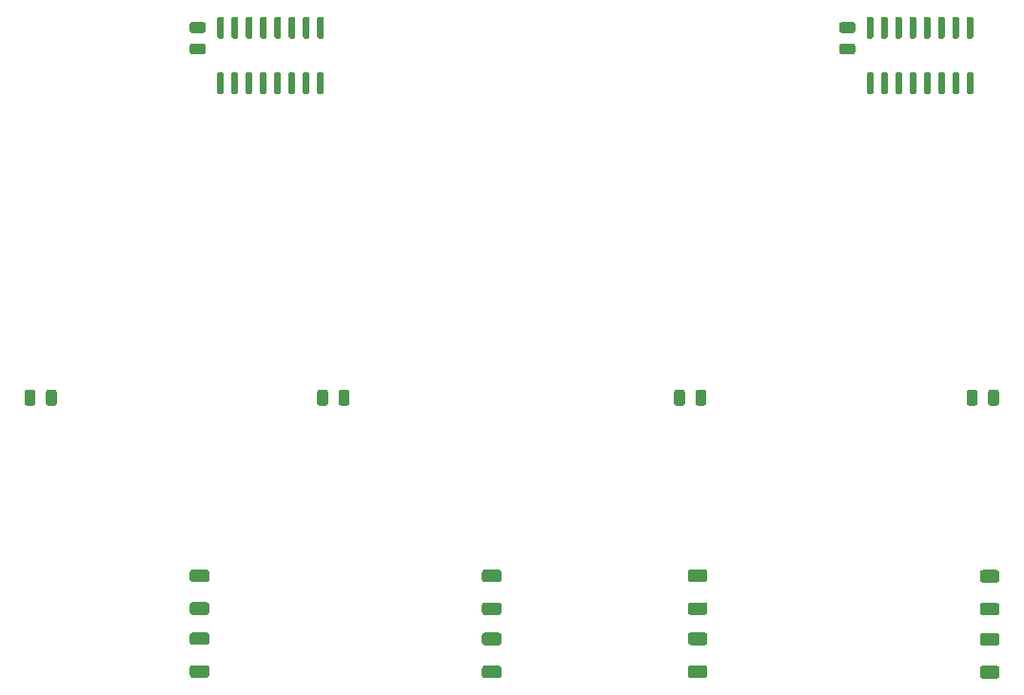
<source format=gtp>
G04 #@! TF.GenerationSoftware,KiCad,Pcbnew,(5.1.12-1-10_14)*
G04 #@! TF.CreationDate,2022-01-30T16:38:09+01:00*
G04 #@! TF.ProjectId,NixieDisplayControllerV2,4e697869-6544-4697-9370-6c6179436f6e,rev?*
G04 #@! TF.SameCoordinates,Original*
G04 #@! TF.FileFunction,Paste,Top*
G04 #@! TF.FilePolarity,Positive*
%FSLAX46Y46*%
G04 Gerber Fmt 4.6, Leading zero omitted, Abs format (unit mm)*
G04 Created by KiCad (PCBNEW (5.1.12-1-10_14)) date 2022-01-30 16:38:09*
%MOMM*%
%LPD*%
G01*
G04 APERTURE LIST*
G04 APERTURE END LIST*
G36*
G01*
X167536000Y-74065000D02*
X167236000Y-74065000D01*
G75*
G02*
X167086000Y-73915000I0J150000D01*
G01*
X167086000Y-72265000D01*
G75*
G02*
X167236000Y-72115000I150000J0D01*
G01*
X167536000Y-72115000D01*
G75*
G02*
X167686000Y-72265000I0J-150000D01*
G01*
X167686000Y-73915000D01*
G75*
G02*
X167536000Y-74065000I-150000J0D01*
G01*
G37*
G36*
G01*
X168806000Y-74065000D02*
X168506000Y-74065000D01*
G75*
G02*
X168356000Y-73915000I0J150000D01*
G01*
X168356000Y-72265000D01*
G75*
G02*
X168506000Y-72115000I150000J0D01*
G01*
X168806000Y-72115000D01*
G75*
G02*
X168956000Y-72265000I0J-150000D01*
G01*
X168956000Y-73915000D01*
G75*
G02*
X168806000Y-74065000I-150000J0D01*
G01*
G37*
G36*
G01*
X170076000Y-74065000D02*
X169776000Y-74065000D01*
G75*
G02*
X169626000Y-73915000I0J150000D01*
G01*
X169626000Y-72265000D01*
G75*
G02*
X169776000Y-72115000I150000J0D01*
G01*
X170076000Y-72115000D01*
G75*
G02*
X170226000Y-72265000I0J-150000D01*
G01*
X170226000Y-73915000D01*
G75*
G02*
X170076000Y-74065000I-150000J0D01*
G01*
G37*
G36*
G01*
X171346000Y-74065000D02*
X171046000Y-74065000D01*
G75*
G02*
X170896000Y-73915000I0J150000D01*
G01*
X170896000Y-72265000D01*
G75*
G02*
X171046000Y-72115000I150000J0D01*
G01*
X171346000Y-72115000D01*
G75*
G02*
X171496000Y-72265000I0J-150000D01*
G01*
X171496000Y-73915000D01*
G75*
G02*
X171346000Y-74065000I-150000J0D01*
G01*
G37*
G36*
G01*
X172616000Y-74065000D02*
X172316000Y-74065000D01*
G75*
G02*
X172166000Y-73915000I0J150000D01*
G01*
X172166000Y-72265000D01*
G75*
G02*
X172316000Y-72115000I150000J0D01*
G01*
X172616000Y-72115000D01*
G75*
G02*
X172766000Y-72265000I0J-150000D01*
G01*
X172766000Y-73915000D01*
G75*
G02*
X172616000Y-74065000I-150000J0D01*
G01*
G37*
G36*
G01*
X173886000Y-74065000D02*
X173586000Y-74065000D01*
G75*
G02*
X173436000Y-73915000I0J150000D01*
G01*
X173436000Y-72265000D01*
G75*
G02*
X173586000Y-72115000I150000J0D01*
G01*
X173886000Y-72115000D01*
G75*
G02*
X174036000Y-72265000I0J-150000D01*
G01*
X174036000Y-73915000D01*
G75*
G02*
X173886000Y-74065000I-150000J0D01*
G01*
G37*
G36*
G01*
X175156000Y-74065000D02*
X174856000Y-74065000D01*
G75*
G02*
X174706000Y-73915000I0J150000D01*
G01*
X174706000Y-72265000D01*
G75*
G02*
X174856000Y-72115000I150000J0D01*
G01*
X175156000Y-72115000D01*
G75*
G02*
X175306000Y-72265000I0J-150000D01*
G01*
X175306000Y-73915000D01*
G75*
G02*
X175156000Y-74065000I-150000J0D01*
G01*
G37*
G36*
G01*
X176426000Y-74065000D02*
X176126000Y-74065000D01*
G75*
G02*
X175976000Y-73915000I0J150000D01*
G01*
X175976000Y-72265000D01*
G75*
G02*
X176126000Y-72115000I150000J0D01*
G01*
X176426000Y-72115000D01*
G75*
G02*
X176576000Y-72265000I0J-150000D01*
G01*
X176576000Y-73915000D01*
G75*
G02*
X176426000Y-74065000I-150000J0D01*
G01*
G37*
G36*
G01*
X176426000Y-79015000D02*
X176126000Y-79015000D01*
G75*
G02*
X175976000Y-78865000I0J150000D01*
G01*
X175976000Y-77215000D01*
G75*
G02*
X176126000Y-77065000I150000J0D01*
G01*
X176426000Y-77065000D01*
G75*
G02*
X176576000Y-77215000I0J-150000D01*
G01*
X176576000Y-78865000D01*
G75*
G02*
X176426000Y-79015000I-150000J0D01*
G01*
G37*
G36*
G01*
X175156000Y-79015000D02*
X174856000Y-79015000D01*
G75*
G02*
X174706000Y-78865000I0J150000D01*
G01*
X174706000Y-77215000D01*
G75*
G02*
X174856000Y-77065000I150000J0D01*
G01*
X175156000Y-77065000D01*
G75*
G02*
X175306000Y-77215000I0J-150000D01*
G01*
X175306000Y-78865000D01*
G75*
G02*
X175156000Y-79015000I-150000J0D01*
G01*
G37*
G36*
G01*
X173886000Y-79015000D02*
X173586000Y-79015000D01*
G75*
G02*
X173436000Y-78865000I0J150000D01*
G01*
X173436000Y-77215000D01*
G75*
G02*
X173586000Y-77065000I150000J0D01*
G01*
X173886000Y-77065000D01*
G75*
G02*
X174036000Y-77215000I0J-150000D01*
G01*
X174036000Y-78865000D01*
G75*
G02*
X173886000Y-79015000I-150000J0D01*
G01*
G37*
G36*
G01*
X172616000Y-79015000D02*
X172316000Y-79015000D01*
G75*
G02*
X172166000Y-78865000I0J150000D01*
G01*
X172166000Y-77215000D01*
G75*
G02*
X172316000Y-77065000I150000J0D01*
G01*
X172616000Y-77065000D01*
G75*
G02*
X172766000Y-77215000I0J-150000D01*
G01*
X172766000Y-78865000D01*
G75*
G02*
X172616000Y-79015000I-150000J0D01*
G01*
G37*
G36*
G01*
X171346000Y-79015000D02*
X171046000Y-79015000D01*
G75*
G02*
X170896000Y-78865000I0J150000D01*
G01*
X170896000Y-77215000D01*
G75*
G02*
X171046000Y-77065000I150000J0D01*
G01*
X171346000Y-77065000D01*
G75*
G02*
X171496000Y-77215000I0J-150000D01*
G01*
X171496000Y-78865000D01*
G75*
G02*
X171346000Y-79015000I-150000J0D01*
G01*
G37*
G36*
G01*
X170076000Y-79015000D02*
X169776000Y-79015000D01*
G75*
G02*
X169626000Y-78865000I0J150000D01*
G01*
X169626000Y-77215000D01*
G75*
G02*
X169776000Y-77065000I150000J0D01*
G01*
X170076000Y-77065000D01*
G75*
G02*
X170226000Y-77215000I0J-150000D01*
G01*
X170226000Y-78865000D01*
G75*
G02*
X170076000Y-79015000I-150000J0D01*
G01*
G37*
G36*
G01*
X168806000Y-79015000D02*
X168506000Y-79015000D01*
G75*
G02*
X168356000Y-78865000I0J150000D01*
G01*
X168356000Y-77215000D01*
G75*
G02*
X168506000Y-77065000I150000J0D01*
G01*
X168806000Y-77065000D01*
G75*
G02*
X168956000Y-77215000I0J-150000D01*
G01*
X168956000Y-78865000D01*
G75*
G02*
X168806000Y-79015000I-150000J0D01*
G01*
G37*
G36*
G01*
X167536000Y-79015000D02*
X167236000Y-79015000D01*
G75*
G02*
X167086000Y-78865000I0J150000D01*
G01*
X167086000Y-77215000D01*
G75*
G02*
X167236000Y-77065000I150000J0D01*
G01*
X167536000Y-77065000D01*
G75*
G02*
X167686000Y-77215000I0J-150000D01*
G01*
X167686000Y-78865000D01*
G75*
G02*
X167536000Y-79015000I-150000J0D01*
G01*
G37*
G36*
G01*
X109751000Y-74065000D02*
X109451000Y-74065000D01*
G75*
G02*
X109301000Y-73915000I0J150000D01*
G01*
X109301000Y-72265000D01*
G75*
G02*
X109451000Y-72115000I150000J0D01*
G01*
X109751000Y-72115000D01*
G75*
G02*
X109901000Y-72265000I0J-150000D01*
G01*
X109901000Y-73915000D01*
G75*
G02*
X109751000Y-74065000I-150000J0D01*
G01*
G37*
G36*
G01*
X111021000Y-74065000D02*
X110721000Y-74065000D01*
G75*
G02*
X110571000Y-73915000I0J150000D01*
G01*
X110571000Y-72265000D01*
G75*
G02*
X110721000Y-72115000I150000J0D01*
G01*
X111021000Y-72115000D01*
G75*
G02*
X111171000Y-72265000I0J-150000D01*
G01*
X111171000Y-73915000D01*
G75*
G02*
X111021000Y-74065000I-150000J0D01*
G01*
G37*
G36*
G01*
X112291000Y-74065000D02*
X111991000Y-74065000D01*
G75*
G02*
X111841000Y-73915000I0J150000D01*
G01*
X111841000Y-72265000D01*
G75*
G02*
X111991000Y-72115000I150000J0D01*
G01*
X112291000Y-72115000D01*
G75*
G02*
X112441000Y-72265000I0J-150000D01*
G01*
X112441000Y-73915000D01*
G75*
G02*
X112291000Y-74065000I-150000J0D01*
G01*
G37*
G36*
G01*
X113561000Y-74065000D02*
X113261000Y-74065000D01*
G75*
G02*
X113111000Y-73915000I0J150000D01*
G01*
X113111000Y-72265000D01*
G75*
G02*
X113261000Y-72115000I150000J0D01*
G01*
X113561000Y-72115000D01*
G75*
G02*
X113711000Y-72265000I0J-150000D01*
G01*
X113711000Y-73915000D01*
G75*
G02*
X113561000Y-74065000I-150000J0D01*
G01*
G37*
G36*
G01*
X114831000Y-74065000D02*
X114531000Y-74065000D01*
G75*
G02*
X114381000Y-73915000I0J150000D01*
G01*
X114381000Y-72265000D01*
G75*
G02*
X114531000Y-72115000I150000J0D01*
G01*
X114831000Y-72115000D01*
G75*
G02*
X114981000Y-72265000I0J-150000D01*
G01*
X114981000Y-73915000D01*
G75*
G02*
X114831000Y-74065000I-150000J0D01*
G01*
G37*
G36*
G01*
X116101000Y-74065000D02*
X115801000Y-74065000D01*
G75*
G02*
X115651000Y-73915000I0J150000D01*
G01*
X115651000Y-72265000D01*
G75*
G02*
X115801000Y-72115000I150000J0D01*
G01*
X116101000Y-72115000D01*
G75*
G02*
X116251000Y-72265000I0J-150000D01*
G01*
X116251000Y-73915000D01*
G75*
G02*
X116101000Y-74065000I-150000J0D01*
G01*
G37*
G36*
G01*
X117371000Y-74065000D02*
X117071000Y-74065000D01*
G75*
G02*
X116921000Y-73915000I0J150000D01*
G01*
X116921000Y-72265000D01*
G75*
G02*
X117071000Y-72115000I150000J0D01*
G01*
X117371000Y-72115000D01*
G75*
G02*
X117521000Y-72265000I0J-150000D01*
G01*
X117521000Y-73915000D01*
G75*
G02*
X117371000Y-74065000I-150000J0D01*
G01*
G37*
G36*
G01*
X118641000Y-74065000D02*
X118341000Y-74065000D01*
G75*
G02*
X118191000Y-73915000I0J150000D01*
G01*
X118191000Y-72265000D01*
G75*
G02*
X118341000Y-72115000I150000J0D01*
G01*
X118641000Y-72115000D01*
G75*
G02*
X118791000Y-72265000I0J-150000D01*
G01*
X118791000Y-73915000D01*
G75*
G02*
X118641000Y-74065000I-150000J0D01*
G01*
G37*
G36*
G01*
X118641000Y-79015000D02*
X118341000Y-79015000D01*
G75*
G02*
X118191000Y-78865000I0J150000D01*
G01*
X118191000Y-77215000D01*
G75*
G02*
X118341000Y-77065000I150000J0D01*
G01*
X118641000Y-77065000D01*
G75*
G02*
X118791000Y-77215000I0J-150000D01*
G01*
X118791000Y-78865000D01*
G75*
G02*
X118641000Y-79015000I-150000J0D01*
G01*
G37*
G36*
G01*
X117371000Y-79015000D02*
X117071000Y-79015000D01*
G75*
G02*
X116921000Y-78865000I0J150000D01*
G01*
X116921000Y-77215000D01*
G75*
G02*
X117071000Y-77065000I150000J0D01*
G01*
X117371000Y-77065000D01*
G75*
G02*
X117521000Y-77215000I0J-150000D01*
G01*
X117521000Y-78865000D01*
G75*
G02*
X117371000Y-79015000I-150000J0D01*
G01*
G37*
G36*
G01*
X116101000Y-79015000D02*
X115801000Y-79015000D01*
G75*
G02*
X115651000Y-78865000I0J150000D01*
G01*
X115651000Y-77215000D01*
G75*
G02*
X115801000Y-77065000I150000J0D01*
G01*
X116101000Y-77065000D01*
G75*
G02*
X116251000Y-77215000I0J-150000D01*
G01*
X116251000Y-78865000D01*
G75*
G02*
X116101000Y-79015000I-150000J0D01*
G01*
G37*
G36*
G01*
X114831000Y-79015000D02*
X114531000Y-79015000D01*
G75*
G02*
X114381000Y-78865000I0J150000D01*
G01*
X114381000Y-77215000D01*
G75*
G02*
X114531000Y-77065000I150000J0D01*
G01*
X114831000Y-77065000D01*
G75*
G02*
X114981000Y-77215000I0J-150000D01*
G01*
X114981000Y-78865000D01*
G75*
G02*
X114831000Y-79015000I-150000J0D01*
G01*
G37*
G36*
G01*
X113561000Y-79015000D02*
X113261000Y-79015000D01*
G75*
G02*
X113111000Y-78865000I0J150000D01*
G01*
X113111000Y-77215000D01*
G75*
G02*
X113261000Y-77065000I150000J0D01*
G01*
X113561000Y-77065000D01*
G75*
G02*
X113711000Y-77215000I0J-150000D01*
G01*
X113711000Y-78865000D01*
G75*
G02*
X113561000Y-79015000I-150000J0D01*
G01*
G37*
G36*
G01*
X112291000Y-79015000D02*
X111991000Y-79015000D01*
G75*
G02*
X111841000Y-78865000I0J150000D01*
G01*
X111841000Y-77215000D01*
G75*
G02*
X111991000Y-77065000I150000J0D01*
G01*
X112291000Y-77065000D01*
G75*
G02*
X112441000Y-77215000I0J-150000D01*
G01*
X112441000Y-78865000D01*
G75*
G02*
X112291000Y-79015000I-150000J0D01*
G01*
G37*
G36*
G01*
X111021000Y-79015000D02*
X110721000Y-79015000D01*
G75*
G02*
X110571000Y-78865000I0J150000D01*
G01*
X110571000Y-77215000D01*
G75*
G02*
X110721000Y-77065000I150000J0D01*
G01*
X111021000Y-77065000D01*
G75*
G02*
X111171000Y-77215000I0J-150000D01*
G01*
X111171000Y-78865000D01*
G75*
G02*
X111021000Y-79015000I-150000J0D01*
G01*
G37*
G36*
G01*
X109751000Y-79015000D02*
X109451000Y-79015000D01*
G75*
G02*
X109301000Y-78865000I0J150000D01*
G01*
X109301000Y-77215000D01*
G75*
G02*
X109451000Y-77065000I150000J0D01*
G01*
X109751000Y-77065000D01*
G75*
G02*
X109901000Y-77215000I0J-150000D01*
G01*
X109901000Y-78865000D01*
G75*
G02*
X109751000Y-79015000I-150000J0D01*
G01*
G37*
G36*
G01*
X164879000Y-74491000D02*
X165829000Y-74491000D01*
G75*
G02*
X166079000Y-74741000I0J-250000D01*
G01*
X166079000Y-75241000D01*
G75*
G02*
X165829000Y-75491000I-250000J0D01*
G01*
X164879000Y-75491000D01*
G75*
G02*
X164629000Y-75241000I0J250000D01*
G01*
X164629000Y-74741000D01*
G75*
G02*
X164879000Y-74491000I250000J0D01*
G01*
G37*
G36*
G01*
X164879000Y-72591000D02*
X165829000Y-72591000D01*
G75*
G02*
X166079000Y-72841000I0J-250000D01*
G01*
X166079000Y-73341000D01*
G75*
G02*
X165829000Y-73591000I-250000J0D01*
G01*
X164879000Y-73591000D01*
G75*
G02*
X164629000Y-73341000I0J250000D01*
G01*
X164629000Y-72841000D01*
G75*
G02*
X164879000Y-72591000I250000J0D01*
G01*
G37*
G36*
G01*
X107094000Y-74491000D02*
X108044000Y-74491000D01*
G75*
G02*
X108294000Y-74741000I0J-250000D01*
G01*
X108294000Y-75241000D01*
G75*
G02*
X108044000Y-75491000I-250000J0D01*
G01*
X107094000Y-75491000D01*
G75*
G02*
X106844000Y-75241000I0J250000D01*
G01*
X106844000Y-74741000D01*
G75*
G02*
X107094000Y-74491000I250000J0D01*
G01*
G37*
G36*
G01*
X107094000Y-72591000D02*
X108044000Y-72591000D01*
G75*
G02*
X108294000Y-72841000I0J-250000D01*
G01*
X108294000Y-73341000D01*
G75*
G02*
X108044000Y-73591000I-250000J0D01*
G01*
X107094000Y-73591000D01*
G75*
G02*
X106844000Y-73341000I0J250000D01*
G01*
X106844000Y-72841000D01*
G75*
G02*
X107094000Y-72591000I250000J0D01*
G01*
G37*
G36*
G01*
X177405497Y-124315500D02*
X178655503Y-124315500D01*
G75*
G02*
X178905500Y-124565497I0J-249997D01*
G01*
X178905500Y-125190503D01*
G75*
G02*
X178655503Y-125440500I-249997J0D01*
G01*
X177405497Y-125440500D01*
G75*
G02*
X177155500Y-125190503I0J249997D01*
G01*
X177155500Y-124565497D01*
G75*
G02*
X177405497Y-124315500I249997J0D01*
G01*
G37*
G36*
G01*
X177405497Y-121390500D02*
X178655503Y-121390500D01*
G75*
G02*
X178905500Y-121640497I0J-249997D01*
G01*
X178905500Y-122265503D01*
G75*
G02*
X178655503Y-122515500I-249997J0D01*
G01*
X177405497Y-122515500D01*
G75*
G02*
X177155500Y-122265503I0J249997D01*
G01*
X177155500Y-121640497D01*
G75*
G02*
X177405497Y-121390500I249997J0D01*
G01*
G37*
G36*
G01*
X177405497Y-129925500D02*
X178655503Y-129925500D01*
G75*
G02*
X178905500Y-130175497I0J-249997D01*
G01*
X178905500Y-130800503D01*
G75*
G02*
X178655503Y-131050500I-249997J0D01*
G01*
X177405497Y-131050500D01*
G75*
G02*
X177155500Y-130800503I0J249997D01*
G01*
X177155500Y-130175497D01*
G75*
G02*
X177405497Y-129925500I249997J0D01*
G01*
G37*
G36*
G01*
X177405497Y-127000500D02*
X178655503Y-127000500D01*
G75*
G02*
X178905500Y-127250497I0J-249997D01*
G01*
X178905500Y-127875503D01*
G75*
G02*
X178655503Y-128125500I-249997J0D01*
G01*
X177405497Y-128125500D01*
G75*
G02*
X177155500Y-127875503I0J249997D01*
G01*
X177155500Y-127250497D01*
G75*
G02*
X177405497Y-127000500I249997J0D01*
G01*
G37*
G36*
G01*
X151419197Y-124272900D02*
X152669203Y-124272900D01*
G75*
G02*
X152919200Y-124522897I0J-249997D01*
G01*
X152919200Y-125147903D01*
G75*
G02*
X152669203Y-125397900I-249997J0D01*
G01*
X151419197Y-125397900D01*
G75*
G02*
X151169200Y-125147903I0J249997D01*
G01*
X151169200Y-124522897D01*
G75*
G02*
X151419197Y-124272900I249997J0D01*
G01*
G37*
G36*
G01*
X151419197Y-121347900D02*
X152669203Y-121347900D01*
G75*
G02*
X152919200Y-121597897I0J-249997D01*
G01*
X152919200Y-122222903D01*
G75*
G02*
X152669203Y-122472900I-249997J0D01*
G01*
X151419197Y-122472900D01*
G75*
G02*
X151169200Y-122222903I0J249997D01*
G01*
X151169200Y-121597897D01*
G75*
G02*
X151419197Y-121347900I249997J0D01*
G01*
G37*
G36*
G01*
X151419197Y-129882900D02*
X152669203Y-129882900D01*
G75*
G02*
X152919200Y-130132897I0J-249997D01*
G01*
X152919200Y-130757903D01*
G75*
G02*
X152669203Y-131007900I-249997J0D01*
G01*
X151419197Y-131007900D01*
G75*
G02*
X151169200Y-130757903I0J249997D01*
G01*
X151169200Y-130132897D01*
G75*
G02*
X151419197Y-129882900I249997J0D01*
G01*
G37*
G36*
G01*
X151419197Y-126957900D02*
X152669203Y-126957900D01*
G75*
G02*
X152919200Y-127207897I0J-249997D01*
G01*
X152919200Y-127832903D01*
G75*
G02*
X152669203Y-128082900I-249997J0D01*
G01*
X151419197Y-128082900D01*
G75*
G02*
X151169200Y-127832903I0J249997D01*
G01*
X151169200Y-127207897D01*
G75*
G02*
X151419197Y-126957900I249997J0D01*
G01*
G37*
G36*
G01*
X133098997Y-124287500D02*
X134349003Y-124287500D01*
G75*
G02*
X134599000Y-124537497I0J-249997D01*
G01*
X134599000Y-125162503D01*
G75*
G02*
X134349003Y-125412500I-249997J0D01*
G01*
X133098997Y-125412500D01*
G75*
G02*
X132849000Y-125162503I0J249997D01*
G01*
X132849000Y-124537497D01*
G75*
G02*
X133098997Y-124287500I249997J0D01*
G01*
G37*
G36*
G01*
X133098997Y-121362500D02*
X134349003Y-121362500D01*
G75*
G02*
X134599000Y-121612497I0J-249997D01*
G01*
X134599000Y-122237503D01*
G75*
G02*
X134349003Y-122487500I-249997J0D01*
G01*
X133098997Y-122487500D01*
G75*
G02*
X132849000Y-122237503I0J249997D01*
G01*
X132849000Y-121612497D01*
G75*
G02*
X133098997Y-121362500I249997J0D01*
G01*
G37*
G36*
G01*
X133098997Y-129897500D02*
X134349003Y-129897500D01*
G75*
G02*
X134599000Y-130147497I0J-249997D01*
G01*
X134599000Y-130772503D01*
G75*
G02*
X134349003Y-131022500I-249997J0D01*
G01*
X133098997Y-131022500D01*
G75*
G02*
X132849000Y-130772503I0J249997D01*
G01*
X132849000Y-130147497D01*
G75*
G02*
X133098997Y-129897500I249997J0D01*
G01*
G37*
G36*
G01*
X133098997Y-126972500D02*
X134349003Y-126972500D01*
G75*
G02*
X134599000Y-127222497I0J-249997D01*
G01*
X134599000Y-127847503D01*
G75*
G02*
X134349003Y-128097500I-249997J0D01*
G01*
X133098997Y-128097500D01*
G75*
G02*
X132849000Y-127847503I0J249997D01*
G01*
X132849000Y-127222497D01*
G75*
G02*
X133098997Y-126972500I249997J0D01*
G01*
G37*
G36*
G01*
X107110997Y-124266500D02*
X108361003Y-124266500D01*
G75*
G02*
X108611000Y-124516497I0J-249997D01*
G01*
X108611000Y-125141503D01*
G75*
G02*
X108361003Y-125391500I-249997J0D01*
G01*
X107110997Y-125391500D01*
G75*
G02*
X106861000Y-125141503I0J249997D01*
G01*
X106861000Y-124516497D01*
G75*
G02*
X107110997Y-124266500I249997J0D01*
G01*
G37*
G36*
G01*
X107110997Y-121341500D02*
X108361003Y-121341500D01*
G75*
G02*
X108611000Y-121591497I0J-249997D01*
G01*
X108611000Y-122216503D01*
G75*
G02*
X108361003Y-122466500I-249997J0D01*
G01*
X107110997Y-122466500D01*
G75*
G02*
X106861000Y-122216503I0J249997D01*
G01*
X106861000Y-121591497D01*
G75*
G02*
X107110997Y-121341500I249997J0D01*
G01*
G37*
G36*
G01*
X107110997Y-129876500D02*
X108361003Y-129876500D01*
G75*
G02*
X108611000Y-130126497I0J-249997D01*
G01*
X108611000Y-130751503D01*
G75*
G02*
X108361003Y-131001500I-249997J0D01*
G01*
X107110997Y-131001500D01*
G75*
G02*
X106861000Y-130751503I0J249997D01*
G01*
X106861000Y-130126497D01*
G75*
G02*
X107110997Y-129876500I249997J0D01*
G01*
G37*
G36*
G01*
X107110997Y-126951500D02*
X108361003Y-126951500D01*
G75*
G02*
X108611000Y-127201497I0J-249997D01*
G01*
X108611000Y-127826503D01*
G75*
G02*
X108361003Y-128076500I-249997J0D01*
G01*
X107110997Y-128076500D01*
G75*
G02*
X106861000Y-127826503I0J249997D01*
G01*
X106861000Y-127201497D01*
G75*
G02*
X107110997Y-126951500I249997J0D01*
G01*
G37*
G36*
G01*
X176969000Y-105570000D02*
X176969000Y-106520000D01*
G75*
G02*
X176719000Y-106770000I-250000J0D01*
G01*
X176219000Y-106770000D01*
G75*
G02*
X175969000Y-106520000I0J250000D01*
G01*
X175969000Y-105570000D01*
G75*
G02*
X176219000Y-105320000I250000J0D01*
G01*
X176719000Y-105320000D01*
G75*
G02*
X176969000Y-105570000I0J-250000D01*
G01*
G37*
G36*
G01*
X178869000Y-105570000D02*
X178869000Y-106520000D01*
G75*
G02*
X178619000Y-106770000I-250000J0D01*
G01*
X178119000Y-106770000D01*
G75*
G02*
X177869000Y-106520000I0J250000D01*
G01*
X177869000Y-105570000D01*
G75*
G02*
X178119000Y-105320000I250000J0D01*
G01*
X178619000Y-105320000D01*
G75*
G02*
X178869000Y-105570000I0J-250000D01*
G01*
G37*
G36*
G01*
X150934000Y-105570000D02*
X150934000Y-106520000D01*
G75*
G02*
X150684000Y-106770000I-250000J0D01*
G01*
X150184000Y-106770000D01*
G75*
G02*
X149934000Y-106520000I0J250000D01*
G01*
X149934000Y-105570000D01*
G75*
G02*
X150184000Y-105320000I250000J0D01*
G01*
X150684000Y-105320000D01*
G75*
G02*
X150934000Y-105570000I0J-250000D01*
G01*
G37*
G36*
G01*
X152834000Y-105570000D02*
X152834000Y-106520000D01*
G75*
G02*
X152584000Y-106770000I-250000J0D01*
G01*
X152084000Y-106770000D01*
G75*
G02*
X151834000Y-106520000I0J250000D01*
G01*
X151834000Y-105570000D01*
G75*
G02*
X152084000Y-105320000I250000J0D01*
G01*
X152584000Y-105320000D01*
G75*
G02*
X152834000Y-105570000I0J-250000D01*
G01*
G37*
G36*
G01*
X119184000Y-105570000D02*
X119184000Y-106520000D01*
G75*
G02*
X118934000Y-106770000I-250000J0D01*
G01*
X118434000Y-106770000D01*
G75*
G02*
X118184000Y-106520000I0J250000D01*
G01*
X118184000Y-105570000D01*
G75*
G02*
X118434000Y-105320000I250000J0D01*
G01*
X118934000Y-105320000D01*
G75*
G02*
X119184000Y-105570000I0J-250000D01*
G01*
G37*
G36*
G01*
X121084000Y-105570000D02*
X121084000Y-106520000D01*
G75*
G02*
X120834000Y-106770000I-250000J0D01*
G01*
X120334000Y-106770000D01*
G75*
G02*
X120084000Y-106520000I0J250000D01*
G01*
X120084000Y-105570000D01*
G75*
G02*
X120334000Y-105320000I250000J0D01*
G01*
X120834000Y-105320000D01*
G75*
G02*
X121084000Y-105570000I0J-250000D01*
G01*
G37*
G36*
G01*
X93149000Y-105570000D02*
X93149000Y-106520000D01*
G75*
G02*
X92899000Y-106770000I-250000J0D01*
G01*
X92399000Y-106770000D01*
G75*
G02*
X92149000Y-106520000I0J250000D01*
G01*
X92149000Y-105570000D01*
G75*
G02*
X92399000Y-105320000I250000J0D01*
G01*
X92899000Y-105320000D01*
G75*
G02*
X93149000Y-105570000I0J-250000D01*
G01*
G37*
G36*
G01*
X95049000Y-105570000D02*
X95049000Y-106520000D01*
G75*
G02*
X94799000Y-106770000I-250000J0D01*
G01*
X94299000Y-106770000D01*
G75*
G02*
X94049000Y-106520000I0J250000D01*
G01*
X94049000Y-105570000D01*
G75*
G02*
X94299000Y-105320000I250000J0D01*
G01*
X94799000Y-105320000D01*
G75*
G02*
X95049000Y-105570000I0J-250000D01*
G01*
G37*
M02*

</source>
